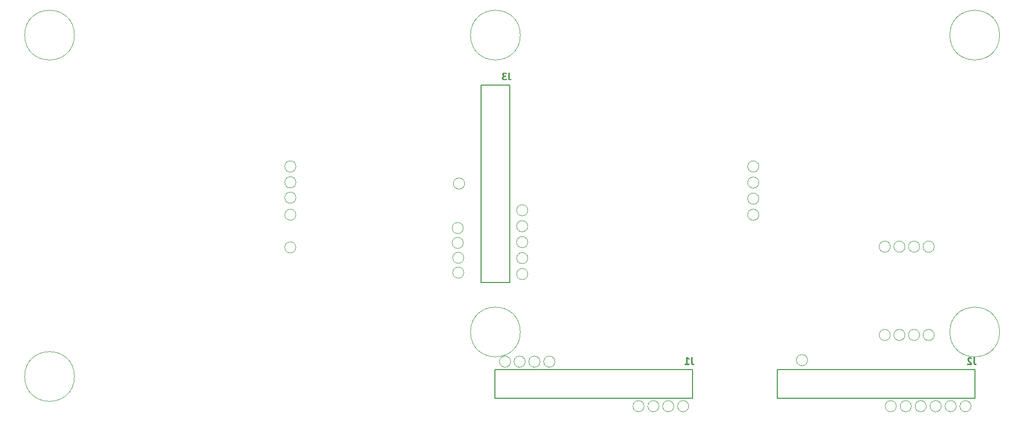
<source format=gbo>
G04*
G04 #@! TF.GenerationSoftware,Altium Limited,Altium Designer,18.1.9 (240)*
G04*
G04 Layer_Color=32896*
%FSLAX25Y25*%
%MOIN*%
G70*
G01*
G75*
%ADD10C,0.00394*%
%ADD11C,0.00787*%
%ADD12C,0.00295*%
G36*
X149046Y37941D02*
X149149D01*
X149176Y37935D01*
X149183D01*
X149217Y37928D01*
X149244Y37921D01*
X149258Y37914D01*
X149265D01*
X149299Y37900D01*
X149306Y37894D01*
X149313D01*
X150406Y37183D01*
X150440Y37163D01*
X150460Y37149D01*
X150474Y37135D01*
X150481Y37129D01*
X150501Y37108D01*
X150508Y37081D01*
X150522Y37060D01*
Y37053D01*
X150528Y37019D01*
X150535Y36985D01*
X150542Y36965D01*
Y36951D01*
Y36903D01*
Y36849D01*
Y36808D01*
Y36801D01*
Y36794D01*
Y36691D01*
Y36657D01*
X150535Y36623D01*
Y36596D01*
Y36575D01*
Y36569D01*
Y36562D01*
X150522Y36507D01*
X150508Y36473D01*
X150494Y36452D01*
X150487Y36446D01*
X150460Y36425D01*
X150433Y36418D01*
X150399D01*
X150351Y36432D01*
X150303Y36452D01*
X150262Y36473D01*
X150255Y36480D01*
X150248D01*
X149429Y36931D01*
Y33618D01*
X150378D01*
X150399Y33611D01*
X150419Y33604D01*
X150433Y33597D01*
X150440Y33591D01*
X150460Y33570D01*
X150474Y33550D01*
X150487Y33529D01*
X150494Y33522D01*
X150508Y33481D01*
X150515Y33440D01*
X150522Y33413D01*
Y33406D01*
Y33399D01*
X150528Y33338D01*
Y33277D01*
Y33249D01*
Y33229D01*
Y33215D01*
Y33208D01*
Y33133D01*
X150522Y33078D01*
Y33037D01*
Y33031D01*
Y33024D01*
X150508Y32976D01*
X150501Y32935D01*
X150487Y32908D01*
Y32901D01*
X150474Y32873D01*
X150453Y32846D01*
X150446Y32839D01*
X150440Y32833D01*
X150399Y32819D01*
X147544D01*
X147523Y32826D01*
X147510Y32833D01*
X147503D01*
X147482Y32853D01*
X147469Y32873D01*
X147455Y32894D01*
Y32901D01*
X147441Y32942D01*
X147428Y32983D01*
X147421Y33010D01*
Y33024D01*
X147414Y33085D01*
X147407Y33147D01*
Y33167D01*
Y33188D01*
Y33201D01*
Y33208D01*
Y33290D01*
X147414Y33345D01*
X147421Y33386D01*
Y33399D01*
X147428Y33447D01*
X147441Y33488D01*
X147448Y33516D01*
X147455Y33522D01*
X147469Y33557D01*
X147489Y33577D01*
X147496Y33584D01*
X147503Y33591D01*
X147523Y33604D01*
X147544Y33618D01*
X148398D01*
Y37825D01*
Y37846D01*
X148404Y37866D01*
X148411Y37873D01*
X148418Y37880D01*
X148432Y37900D01*
X148452Y37914D01*
X148473Y37921D01*
X148479D01*
X148520Y37928D01*
X148568Y37935D01*
X148609Y37941D01*
X148623D01*
X148698Y37948D01*
X149005D01*
X149046Y37941D01*
D02*
G37*
G36*
X152338Y37928D02*
X152407D01*
X152427Y37921D01*
X152448D01*
X152516Y37914D01*
X152571Y37907D01*
X152598Y37900D01*
X152612Y37894D01*
X152646Y37880D01*
X152673Y37859D01*
X152687Y37846D01*
X152694Y37839D01*
X152707Y37819D01*
X152714Y37798D01*
Y37778D01*
Y37771D01*
Y34274D01*
Y34205D01*
X152721Y34137D01*
X152728Y34082D01*
Y34042D01*
X152734Y34001D01*
X152741Y33973D01*
X152748Y33959D01*
Y33953D01*
X152776Y33871D01*
X152796Y33816D01*
X152823Y33775D01*
X152830Y33768D01*
Y33761D01*
X152871Y33714D01*
X152912Y33680D01*
X152946Y33666D01*
X152953Y33659D01*
X152960D01*
X153021Y33645D01*
X153083Y33639D01*
X153124Y33632D01*
X153144D01*
X153219Y33639D01*
X153274Y33645D01*
X153315Y33652D01*
X153329D01*
X153383Y33673D01*
X153424Y33693D01*
X153452Y33700D01*
X153465Y33707D01*
X153506Y33727D01*
X153541Y33748D01*
X153568Y33755D01*
X153575Y33761D01*
X153602Y33775D01*
X153629Y33789D01*
X153657D01*
X153677Y33782D01*
X153698Y33775D01*
X153711Y33768D01*
X153718Y33761D01*
X153738Y33741D01*
X153745Y33714D01*
X153759Y33693D01*
Y33686D01*
X153766Y33645D01*
X153773Y33597D01*
X153779Y33557D01*
Y33550D01*
Y33543D01*
Y33468D01*
Y33399D01*
Y33365D01*
Y33338D01*
Y33324D01*
Y33318D01*
Y33249D01*
Y33195D01*
Y33160D01*
Y33147D01*
X153773Y33099D01*
Y33065D01*
X153766Y33037D01*
Y33031D01*
X153752Y33003D01*
X153745Y32983D01*
X153738Y32969D01*
Y32962D01*
X153711Y32928D01*
X153698Y32915D01*
Y32908D01*
X153670Y32894D01*
X153636Y32873D01*
X153616Y32860D01*
X153602Y32853D01*
X153547Y32833D01*
X153493Y32812D01*
X153452Y32805D01*
X153445Y32798D01*
X153438D01*
X153363Y32785D01*
X153295Y32771D01*
X153267Y32764D01*
X153247D01*
X153233Y32757D01*
X153226D01*
X153138Y32744D01*
X153062Y32737D01*
X152987D01*
X152857Y32744D01*
X152734Y32751D01*
X152632Y32764D01*
X152543Y32785D01*
X152468Y32805D01*
X152413Y32819D01*
X152386Y32826D01*
X152373Y32833D01*
X152284Y32873D01*
X152202Y32921D01*
X152134Y32976D01*
X152072Y33024D01*
X152024Y33065D01*
X151990Y33099D01*
X151970Y33126D01*
X151963Y33133D01*
X151908Y33208D01*
X151860Y33290D01*
X151826Y33372D01*
X151792Y33440D01*
X151771Y33509D01*
X151758Y33557D01*
X151744Y33591D01*
Y33604D01*
X151703Y33823D01*
X151690Y33925D01*
X151683Y34021D01*
X151676Y34110D01*
Y34171D01*
Y34199D01*
Y34219D01*
Y34226D01*
Y34233D01*
Y37771D01*
X151683Y37798D01*
X151690Y37819D01*
X151696Y37832D01*
X151703Y37839D01*
X151731Y37859D01*
X151758Y37880D01*
X151778Y37887D01*
X151792Y37894D01*
X151847Y37907D01*
X151894Y37914D01*
X151935Y37921D01*
X151956D01*
X152031Y37928D01*
X152113Y37935D01*
X152297D01*
X152338Y37928D01*
D02*
G37*
G36*
X339326Y37996D02*
X339408Y37989D01*
X339477Y37982D01*
X339538Y37969D01*
X339586Y37962D01*
X339613Y37955D01*
X339627D01*
X339709Y37935D01*
X339791Y37914D01*
X339866Y37900D01*
X339927Y37880D01*
X339982Y37866D01*
X340023Y37853D01*
X340050Y37839D01*
X340057D01*
X340125Y37812D01*
X340187Y37791D01*
X340242Y37764D01*
X340289Y37743D01*
X340323Y37723D01*
X340358Y37709D01*
X340371Y37702D01*
X340378Y37696D01*
X340426Y37668D01*
X340460Y37648D01*
X340522Y37613D01*
X340549Y37586D01*
X340563Y37579D01*
X340590Y37545D01*
X340617Y37518D01*
X340624Y37504D01*
X340631Y37497D01*
X340651Y37443D01*
X340658Y37422D01*
Y37416D01*
X340665Y37381D01*
X340672Y37347D01*
X340679Y37327D01*
Y37313D01*
Y37265D01*
Y37211D01*
Y37170D01*
Y37163D01*
Y37156D01*
Y37067D01*
X340672Y36992D01*
Y36965D01*
Y36951D01*
Y36937D01*
Y36931D01*
X340665Y36869D01*
X340658Y36821D01*
X340651Y36794D01*
Y36780D01*
X340638Y36746D01*
X340624Y36726D01*
X340610Y36712D01*
Y36705D01*
X340590Y36691D01*
X340563Y36685D01*
X340542D01*
X340501Y36691D01*
X340453Y36712D01*
X340419Y36733D01*
X340412Y36739D01*
X340406D01*
X340330Y36787D01*
X340255Y36828D01*
X340228Y36842D01*
X340201Y36855D01*
X340187Y36869D01*
X340180D01*
X340071Y36924D01*
X339968Y36965D01*
X339927Y36985D01*
X339893Y36992D01*
X339873Y37006D01*
X339866D01*
X339722Y37040D01*
X339654Y37053D01*
X339586Y37060D01*
X339531Y37067D01*
X339449D01*
X339333Y37060D01*
X339285Y37053D01*
X339244Y37040D01*
X339210Y37033D01*
X339183Y37019D01*
X339169Y37012D01*
X339162D01*
X339081Y36972D01*
X339019Y36924D01*
X338978Y36890D01*
X338964Y36883D01*
Y36876D01*
X338910Y36808D01*
X338869Y36746D01*
X338855Y36719D01*
X338848Y36698D01*
X338841Y36685D01*
Y36678D01*
X338814Y36589D01*
X338801Y36514D01*
X338794Y36480D01*
Y36452D01*
Y36439D01*
Y36432D01*
X338801Y36323D01*
X338807Y36227D01*
X338814Y36186D01*
X338821Y36159D01*
X338828Y36138D01*
Y36131D01*
X338862Y36015D01*
X338882Y35954D01*
X338903Y35899D01*
X338923Y35858D01*
X338944Y35824D01*
X338951Y35797D01*
X338958Y35790D01*
X338992Y35722D01*
X339033Y35647D01*
X339074Y35578D01*
X339115Y35510D01*
X339156Y35455D01*
X339183Y35414D01*
X339203Y35387D01*
X339210Y35373D01*
X339272Y35285D01*
X339340Y35203D01*
X339415Y35114D01*
X339483Y35039D01*
X339538Y34970D01*
X339593Y34923D01*
X339620Y34888D01*
X339634Y34875D01*
X340515Y33932D01*
X340569Y33878D01*
X340610Y33830D01*
X340638Y33796D01*
X340645Y33782D01*
X340679Y33734D01*
X340706Y33686D01*
X340720Y33652D01*
X340726Y33645D01*
Y33639D01*
X340747Y33577D01*
X340754Y33522D01*
X340768Y33481D01*
Y33475D01*
Y33468D01*
X340774Y33399D01*
Y33324D01*
Y33297D01*
Y33270D01*
Y33256D01*
Y33249D01*
Y33154D01*
X340768Y33085D01*
Y33058D01*
X340761Y33037D01*
Y33031D01*
Y33024D01*
X340740Y32962D01*
X340726Y32921D01*
X340713Y32894D01*
X340706Y32887D01*
X340672Y32860D01*
X340638Y32846D01*
X340610Y32833D01*
X340604D01*
X340549Y32826D01*
X340501Y32819D01*
X337523D01*
X337496Y32826D01*
X337475Y32833D01*
X337462Y32839D01*
X337455D01*
X337435Y32860D01*
X337414Y32880D01*
X337407Y32901D01*
X337400Y32908D01*
X337387Y32956D01*
X337380Y32996D01*
X337373Y33031D01*
Y33044D01*
X337366Y33106D01*
X337359Y33174D01*
Y33195D01*
Y33215D01*
Y33229D01*
Y33235D01*
Y33311D01*
X337366Y33372D01*
X337373Y33413D01*
Y33420D01*
Y33427D01*
X337387Y33481D01*
X337400Y33522D01*
X337407Y33550D01*
X337414Y33557D01*
X337428Y33591D01*
X337448Y33618D01*
X337462Y33625D01*
X337469Y33632D01*
X337496Y33645D01*
X337516Y33659D01*
X339545D01*
X338951Y34267D01*
X338794Y34431D01*
X338650Y34574D01*
X338527Y34711D01*
X338425Y34820D01*
X338343Y34916D01*
X338281Y34984D01*
X338261Y35011D01*
X338247Y35032D01*
X338234Y35039D01*
Y35045D01*
X338138Y35168D01*
X338049Y35285D01*
X337981Y35387D01*
X337919Y35476D01*
X337872Y35551D01*
X337837Y35612D01*
X337817Y35647D01*
X337810Y35660D01*
X337755Y35763D01*
X337715Y35858D01*
X337680Y35947D01*
X337653Y36022D01*
X337632Y36090D01*
X337619Y36138D01*
X337612Y36166D01*
Y36179D01*
X337585Y36357D01*
X337578Y36439D01*
X337571Y36514D01*
X337564Y36575D01*
Y36623D01*
Y36650D01*
Y36664D01*
X337571Y36767D01*
X337578Y36869D01*
X337598Y36958D01*
X337612Y37040D01*
X337632Y37101D01*
X337653Y37156D01*
X337660Y37183D01*
X337667Y37197D01*
X337708Y37286D01*
X337755Y37368D01*
X337803Y37436D01*
X337851Y37504D01*
X337892Y37552D01*
X337926Y37586D01*
X337953Y37613D01*
X337960Y37620D01*
X338035Y37682D01*
X338118Y37736D01*
X338199Y37784D01*
X338275Y37825D01*
X338350Y37859D01*
X338404Y37880D01*
X338439Y37894D01*
X338445Y37900D01*
X338452D01*
X338568Y37935D01*
X338684Y37962D01*
X338801Y37975D01*
X338910Y37989D01*
X338999Y37996D01*
X339074Y38003D01*
X339238D01*
X339326Y37996D01*
D02*
G37*
G36*
X342338Y37928D02*
X342407D01*
X342427Y37921D01*
X342448D01*
X342516Y37914D01*
X342571Y37907D01*
X342598Y37900D01*
X342612Y37894D01*
X342646Y37880D01*
X342673Y37859D01*
X342687Y37846D01*
X342694Y37839D01*
X342707Y37819D01*
X342714Y37798D01*
Y37778D01*
Y37771D01*
Y34274D01*
Y34205D01*
X342721Y34137D01*
X342728Y34082D01*
Y34042D01*
X342735Y34001D01*
X342741Y33973D01*
X342748Y33959D01*
Y33953D01*
X342776Y33871D01*
X342796Y33816D01*
X342823Y33775D01*
X342830Y33768D01*
Y33761D01*
X342871Y33714D01*
X342912Y33680D01*
X342946Y33666D01*
X342953Y33659D01*
X342960D01*
X343021Y33645D01*
X343083Y33639D01*
X343124Y33632D01*
X343144D01*
X343219Y33639D01*
X343274Y33645D01*
X343315Y33652D01*
X343329D01*
X343383Y33673D01*
X343424Y33693D01*
X343452Y33700D01*
X343465Y33707D01*
X343506Y33727D01*
X343541Y33748D01*
X343568Y33755D01*
X343575Y33761D01*
X343602Y33775D01*
X343629Y33789D01*
X343657D01*
X343677Y33782D01*
X343698Y33775D01*
X343711Y33768D01*
X343718Y33761D01*
X343739Y33741D01*
X343745Y33714D01*
X343759Y33693D01*
Y33686D01*
X343766Y33645D01*
X343773Y33597D01*
X343779Y33557D01*
Y33550D01*
Y33543D01*
Y33468D01*
Y33399D01*
Y33365D01*
Y33338D01*
Y33324D01*
Y33318D01*
Y33249D01*
Y33195D01*
Y33160D01*
Y33147D01*
X343773Y33099D01*
Y33065D01*
X343766Y33037D01*
Y33031D01*
X343752Y33003D01*
X343745Y32983D01*
X343739Y32969D01*
Y32962D01*
X343711Y32928D01*
X343698Y32915D01*
Y32908D01*
X343670Y32894D01*
X343636Y32873D01*
X343616Y32860D01*
X343602Y32853D01*
X343547Y32833D01*
X343493Y32812D01*
X343452Y32805D01*
X343445Y32798D01*
X343438D01*
X343363Y32785D01*
X343295Y32771D01*
X343267Y32764D01*
X343247D01*
X343233Y32757D01*
X343226D01*
X343138Y32744D01*
X343062Y32737D01*
X342987D01*
X342858Y32744D01*
X342735Y32751D01*
X342632Y32764D01*
X342543Y32785D01*
X342468Y32805D01*
X342413Y32819D01*
X342386Y32826D01*
X342372Y32833D01*
X342284Y32873D01*
X342202Y32921D01*
X342133Y32976D01*
X342072Y33024D01*
X342024Y33065D01*
X341990Y33099D01*
X341970Y33126D01*
X341963Y33133D01*
X341908Y33208D01*
X341860Y33290D01*
X341826Y33372D01*
X341792Y33440D01*
X341772Y33509D01*
X341758Y33557D01*
X341744Y33591D01*
Y33604D01*
X341703Y33823D01*
X341689Y33925D01*
X341683Y34021D01*
X341676Y34110D01*
Y34171D01*
Y34199D01*
Y34219D01*
Y34226D01*
Y34233D01*
Y37771D01*
X341683Y37798D01*
X341689Y37819D01*
X341696Y37832D01*
X341703Y37839D01*
X341730Y37859D01*
X341758Y37880D01*
X341778Y37887D01*
X341792Y37894D01*
X341847Y37907D01*
X341894Y37914D01*
X341935Y37921D01*
X341956D01*
X342031Y37928D01*
X342113Y37935D01*
X342297D01*
X342338Y37928D01*
D02*
G37*
G36*
X26254Y229796D02*
X26342Y229789D01*
X26418Y229776D01*
X26486Y229769D01*
X26534Y229755D01*
X26561Y229748D01*
X26575D01*
X26664Y229728D01*
X26745Y229707D01*
X26814Y229687D01*
X26882Y229666D01*
X26930Y229653D01*
X26971Y229639D01*
X26998Y229632D01*
X27005Y229625D01*
X27073Y229598D01*
X27128Y229577D01*
X27183Y229550D01*
X27230Y229530D01*
X27264Y229509D01*
X27292Y229496D01*
X27305Y229489D01*
X27312Y229482D01*
X27353Y229454D01*
X27387Y229434D01*
X27435Y229400D01*
X27463Y229379D01*
X27469Y229373D01*
X27497Y229345D01*
X27517Y229325D01*
X27524Y229311D01*
X27531Y229304D01*
X27551Y229257D01*
X27558Y229236D01*
Y229229D01*
X27565Y229195D01*
Y229161D01*
X27572Y229134D01*
Y229120D01*
Y229065D01*
Y229017D01*
Y228976D01*
Y228963D01*
Y228956D01*
Y228874D01*
X27565Y228819D01*
Y228778D01*
Y228771D01*
Y228765D01*
X27558Y228717D01*
X27551Y228676D01*
X27545Y228655D01*
Y228649D01*
X27531Y228628D01*
X27524Y228614D01*
X27510Y228601D01*
X27469Y228587D01*
X27449D01*
X27408Y228594D01*
X27360Y228621D01*
X27319Y228642D01*
X27312Y228649D01*
X27305D01*
X27224Y228696D01*
X27142Y228737D01*
X27107Y228758D01*
X27080Y228771D01*
X27066Y228785D01*
X27060D01*
X26950Y228840D01*
X26848Y228881D01*
X26800Y228901D01*
X26766Y228908D01*
X26745Y228922D01*
X26739D01*
X26602Y228956D01*
X26534Y228970D01*
X26472Y228976D01*
X26424Y228983D01*
X26349D01*
X26226Y228976D01*
X26172Y228970D01*
X26131Y228956D01*
X26090Y228949D01*
X26062Y228935D01*
X26049Y228929D01*
X26042D01*
X25953Y228888D01*
X25878Y228840D01*
X25857Y228826D01*
X25837Y228806D01*
X25830Y228799D01*
X25823Y228792D01*
X25769Y228724D01*
X25728Y228662D01*
X25714Y228635D01*
X25701Y228614D01*
X25694Y228601D01*
Y228594D01*
X25666Y228505D01*
X25653Y228430D01*
X25646Y228396D01*
Y228369D01*
Y228355D01*
Y228348D01*
X25659Y228225D01*
X25666Y228170D01*
X25680Y228130D01*
X25694Y228088D01*
X25701Y228061D01*
X25714Y228041D01*
Y228034D01*
X25769Y227938D01*
X25830Y227863D01*
X25857Y227836D01*
X25878Y227815D01*
X25892Y227802D01*
X25899Y227795D01*
X25994Y227733D01*
X26090Y227686D01*
X26131Y227665D01*
X26165Y227658D01*
X26185Y227645D01*
X26192D01*
X26329Y227617D01*
X26397Y227610D01*
X26459Y227604D01*
X26513Y227597D01*
X27073D01*
X27101Y227590D01*
X27114Y227583D01*
X27121Y227576D01*
X27142Y227563D01*
X27155Y227542D01*
X27169Y227529D01*
X27176Y227522D01*
X27189Y227487D01*
X27196Y227447D01*
X27203Y227419D01*
Y227412D01*
Y227406D01*
X27210Y227351D01*
Y227289D01*
Y227262D01*
Y227242D01*
Y227228D01*
Y227221D01*
Y227139D01*
X27203Y227078D01*
Y227037D01*
Y227030D01*
Y227023D01*
X27196Y226975D01*
X27189Y226934D01*
X27176Y226914D01*
Y226907D01*
X27155Y226880D01*
X27135Y226866D01*
X27121Y226852D01*
X27114D01*
X27080Y226846D01*
X27053Y226839D01*
X26479D01*
X26390Y226832D01*
X26308Y226818D01*
X26240Y226811D01*
X26185Y226798D01*
X26138Y226784D01*
X26110Y226777D01*
X26103D01*
X26028Y226757D01*
X25960Y226729D01*
X25905Y226702D01*
X25851Y226682D01*
X25817Y226654D01*
X25782Y226641D01*
X25769Y226627D01*
X25762Y226620D01*
X25673Y226545D01*
X25605Y226463D01*
X25584Y226429D01*
X25571Y226408D01*
X25557Y226388D01*
Y226381D01*
X25530Y226326D01*
X25516Y226272D01*
X25489Y226176D01*
Y226128D01*
X25482Y226094D01*
Y226074D01*
Y226067D01*
X25489Y225951D01*
X25502Y225903D01*
X25509Y225862D01*
X25523Y225821D01*
X25537Y225794D01*
X25543Y225780D01*
Y225773D01*
X25591Y225684D01*
X25646Y225609D01*
X25673Y225582D01*
X25694Y225568D01*
X25707Y225555D01*
X25714Y225548D01*
X25810Y225486D01*
X25899Y225438D01*
X25940Y225425D01*
X25974Y225411D01*
X25994Y225404D01*
X26001D01*
X26131Y225377D01*
X26192Y225370D01*
X26247Y225363D01*
X26302Y225357D01*
X26472D01*
X26554Y225363D01*
X26636Y225370D01*
X26704Y225384D01*
X26759Y225391D01*
X26800Y225397D01*
X26827Y225404D01*
X26834D01*
X26902Y225425D01*
X26971Y225445D01*
X27032Y225466D01*
X27080Y225486D01*
X27121Y225500D01*
X27155Y225514D01*
X27176Y225520D01*
X27183D01*
X27285Y225561D01*
X27326Y225582D01*
X27360Y225602D01*
X27387Y225616D01*
X27408Y225630D01*
X27422Y225637D01*
X27428D01*
X27490Y225671D01*
X27531Y225684D01*
X27558Y225691D01*
X27586D01*
X27606Y225677D01*
X27633Y225657D01*
X27654Y225630D01*
X27661Y225623D01*
Y225616D01*
X27667Y225582D01*
X27674Y225541D01*
X27681Y225452D01*
X27688Y225411D01*
Y225384D01*
Y225357D01*
Y225350D01*
Y225275D01*
Y225213D01*
Y225172D01*
Y225165D01*
Y225159D01*
X27681Y225104D01*
X27674Y225063D01*
X27667Y225029D01*
Y225022D01*
X27654Y224981D01*
X27647Y224954D01*
X27640Y224933D01*
Y224926D01*
X27606Y224878D01*
X27592Y224865D01*
X27586Y224858D01*
X27545Y224831D01*
X27497Y224803D01*
X27456Y224783D01*
X27442Y224769D01*
X27435D01*
X27340Y224728D01*
X27251Y224687D01*
X27210Y224674D01*
X27176Y224660D01*
X27155Y224653D01*
X27148D01*
X27012Y224619D01*
X26943Y224605D01*
X26882Y224592D01*
X26827Y224585D01*
X26786Y224578D01*
X26752Y224571D01*
X26745D01*
X26568Y224551D01*
X26486Y224537D01*
X26411D01*
X26349Y224530D01*
X26254D01*
X26097Y224537D01*
X25946Y224544D01*
X25817Y224564D01*
X25694Y224585D01*
X25598Y224598D01*
X25523Y224619D01*
X25496Y224626D01*
X25475D01*
X25468Y224633D01*
X25461D01*
X25332Y224674D01*
X25209Y224721D01*
X25106Y224776D01*
X25017Y224824D01*
X24942Y224865D01*
X24888Y224899D01*
X24854Y224926D01*
X24840Y224933D01*
X24751Y225015D01*
X24669Y225097D01*
X24601Y225179D01*
X24539Y225261D01*
X24498Y225329D01*
X24464Y225384D01*
X24444Y225418D01*
X24437Y225432D01*
X24389Y225548D01*
X24348Y225664D01*
X24321Y225773D01*
X24307Y225882D01*
X24294Y225971D01*
X24287Y226046D01*
Y226074D01*
Y226094D01*
Y226101D01*
Y226108D01*
Y226190D01*
X24300Y226272D01*
X24314Y226340D01*
X24328Y226401D01*
X24341Y226456D01*
X24355Y226497D01*
X24362Y226524D01*
X24369Y226531D01*
X24437Y226668D01*
X24478Y226729D01*
X24512Y226784D01*
X24546Y226825D01*
X24574Y226859D01*
X24594Y226880D01*
X24601Y226887D01*
X24717Y226996D01*
X24778Y227044D01*
X24833Y227084D01*
X24881Y227112D01*
X24922Y227132D01*
X24949Y227146D01*
X24956Y227153D01*
X25120Y227214D01*
X25202Y227242D01*
X25277Y227262D01*
X25339Y227276D01*
X25386Y227283D01*
X25420Y227289D01*
X25434D01*
Y227296D01*
X25352Y227317D01*
X25277Y227344D01*
X25209Y227371D01*
X25154Y227399D01*
X25106Y227426D01*
X25065Y227440D01*
X25045Y227453D01*
X25038Y227460D01*
X24976Y227508D01*
X24922Y227549D01*
X24874Y227597D01*
X24833Y227638D01*
X24799Y227679D01*
X24778Y227706D01*
X24765Y227727D01*
X24758Y227733D01*
X24683Y227856D01*
X24649Y227918D01*
X24628Y227972D01*
X24608Y228020D01*
X24594Y228054D01*
X24580Y228082D01*
Y228088D01*
X24546Y228246D01*
X24532Y228314D01*
X24526Y228382D01*
X24519Y228444D01*
Y228485D01*
Y228519D01*
Y228526D01*
X24526Y228635D01*
X24532Y228737D01*
X24553Y228826D01*
X24567Y228908D01*
X24587Y228970D01*
X24608Y229017D01*
X24614Y229045D01*
X24621Y229058D01*
X24662Y229147D01*
X24710Y229222D01*
X24758Y229291D01*
X24813Y229352D01*
X24854Y229400D01*
X24888Y229434D01*
X24915Y229454D01*
X24922Y229461D01*
X24997Y229523D01*
X25079Y229571D01*
X25154Y229612D01*
X25229Y229653D01*
X25297Y229680D01*
X25352Y229700D01*
X25386Y229707D01*
X25400Y229714D01*
X25509Y229741D01*
X25618Y229769D01*
X25728Y229782D01*
X25830Y229789D01*
X25919Y229796D01*
X25987Y229803D01*
X26151D01*
X26254Y229796D01*
D02*
G37*
G36*
X29238Y229728D02*
X29307D01*
X29327Y229721D01*
X29348D01*
X29416Y229714D01*
X29471Y229707D01*
X29498Y229700D01*
X29512Y229694D01*
X29546Y229680D01*
X29573Y229659D01*
X29587Y229646D01*
X29594Y229639D01*
X29607Y229618D01*
X29614Y229598D01*
Y229577D01*
Y229571D01*
Y226074D01*
Y226005D01*
X29621Y225937D01*
X29628Y225882D01*
Y225841D01*
X29634Y225800D01*
X29641Y225773D01*
X29648Y225760D01*
Y225753D01*
X29675Y225671D01*
X29696Y225616D01*
X29723Y225575D01*
X29730Y225568D01*
Y225561D01*
X29771Y225514D01*
X29812Y225480D01*
X29846Y225466D01*
X29853Y225459D01*
X29860D01*
X29921Y225445D01*
X29983Y225438D01*
X30024Y225432D01*
X30044D01*
X30119Y225438D01*
X30174Y225445D01*
X30215Y225452D01*
X30229D01*
X30283Y225473D01*
X30324Y225493D01*
X30352Y225500D01*
X30365Y225507D01*
X30406Y225527D01*
X30441Y225548D01*
X30468Y225555D01*
X30475Y225561D01*
X30502Y225575D01*
X30529Y225589D01*
X30557D01*
X30577Y225582D01*
X30598Y225575D01*
X30611Y225568D01*
X30618Y225561D01*
X30639Y225541D01*
X30645Y225514D01*
X30659Y225493D01*
Y225486D01*
X30666Y225445D01*
X30673Y225397D01*
X30680Y225357D01*
Y225350D01*
Y225343D01*
Y225268D01*
Y225199D01*
Y225165D01*
Y225138D01*
Y225124D01*
Y225117D01*
Y225049D01*
Y224994D01*
Y224960D01*
Y224947D01*
X30673Y224899D01*
Y224865D01*
X30666Y224837D01*
Y224831D01*
X30652Y224803D01*
X30645Y224783D01*
X30639Y224769D01*
Y224762D01*
X30611Y224728D01*
X30598Y224714D01*
Y224708D01*
X30570Y224694D01*
X30536Y224674D01*
X30516Y224660D01*
X30502Y224653D01*
X30447Y224633D01*
X30393Y224612D01*
X30352Y224605D01*
X30345Y224598D01*
X30338D01*
X30263Y224585D01*
X30195Y224571D01*
X30167Y224564D01*
X30147D01*
X30133Y224557D01*
X30126D01*
X30038Y224544D01*
X29962Y224537D01*
X29887D01*
X29757Y224544D01*
X29634Y224551D01*
X29532Y224564D01*
X29443Y224585D01*
X29368Y224605D01*
X29313Y224619D01*
X29286Y224626D01*
X29272Y224633D01*
X29184Y224674D01*
X29102Y224721D01*
X29033Y224776D01*
X28972Y224824D01*
X28924Y224865D01*
X28890Y224899D01*
X28870Y224926D01*
X28863Y224933D01*
X28808Y225008D01*
X28760Y225090D01*
X28726Y225172D01*
X28692Y225240D01*
X28672Y225309D01*
X28658Y225357D01*
X28644Y225391D01*
Y225404D01*
X28603Y225623D01*
X28589Y225725D01*
X28583Y225821D01*
X28576Y225910D01*
Y225971D01*
Y225998D01*
Y226019D01*
Y226026D01*
Y226033D01*
Y229571D01*
X28583Y229598D01*
X28589Y229618D01*
X28596Y229632D01*
X28603Y229639D01*
X28631Y229659D01*
X28658Y229680D01*
X28678Y229687D01*
X28692Y229694D01*
X28747Y229707D01*
X28794Y229714D01*
X28835Y229721D01*
X28856D01*
X28931Y229728D01*
X29013Y229735D01*
X29197D01*
X29238Y229728D01*
D02*
G37*
D10*
X-263268Y25000D02*
G03*
X-263268Y25000I-16732J0D01*
G01*
Y255000D02*
G03*
X-263268Y255000I-16732J0D01*
G01*
X36732Y55000D02*
G03*
X36732Y55000I-16732J0D01*
G01*
Y255000D02*
G03*
X36732Y255000I-16732J0D01*
G01*
X359232D02*
G03*
X359232Y255000I-16732J0D01*
G01*
Y55000D02*
G03*
X359232Y55000I-16732J0D01*
G01*
D11*
X342796Y10256D02*
Y29744D01*
X209804D02*
X342796D01*
X209804Y10256D02*
X342796D01*
X209804D02*
Y29744D01*
X152796Y10256D02*
Y29744D01*
X19804D02*
X152796D01*
X19804Y10256D02*
X152796D01*
X19804D02*
Y29744D01*
X10256Y88504D02*
X29744D01*
X10256Y221496D02*
X29744D01*
Y88504D02*
Y221496D01*
X10256Y88504D02*
Y221496D01*
D12*
X-1259Y95000D02*
G03*
X-1259Y95000I-3741J0D01*
G01*
Y105000D02*
G03*
X-1259Y105000I-3741J0D01*
G01*
X197241Y166500D02*
G03*
X197241Y166500I-3741J0D01*
G01*
X-1613Y115000D02*
G03*
X-1613Y115000I-3741J0D01*
G01*
Y125000D02*
G03*
X-1613Y125000I-3741J0D01*
G01*
X197241Y155667D02*
G03*
X197241Y155667I-3741J0D01*
G01*
X315241Y112500D02*
G03*
X315241Y112500I-3741J0D01*
G01*
Y53000D02*
G03*
X315241Y53000I-3741J0D01*
G01*
X197241Y144833D02*
G03*
X197241Y144833I-3741J0D01*
G01*
X305408Y112500D02*
G03*
X305408Y112500I-3741J0D01*
G01*
Y53000D02*
G03*
X305408Y53000I-3741J0D01*
G01*
X295575Y112500D02*
G03*
X295575Y112500I-3741J0D01*
G01*
Y53000D02*
G03*
X295575Y53000I-3741J0D01*
G01*
X197241Y134000D02*
G03*
X197241Y134000I-3741J0D01*
G01*
X285741Y112500D02*
G03*
X285741Y112500I-3741J0D01*
G01*
Y53000D02*
G03*
X285741Y53000I-3741J0D01*
G01*
X-758Y155000D02*
G03*
X-758Y155000I-3741J0D01*
G01*
X340041Y5000D02*
G03*
X340041Y5000I-3741J0D01*
G01*
X330041D02*
G03*
X330041Y5000I-3741J0D01*
G01*
X319966D02*
G03*
X319966Y5000I-3741J0D01*
G01*
X309891D02*
G03*
X309891Y5000I-3741J0D01*
G01*
X299816D02*
G03*
X299816Y5000I-3741J0D01*
G01*
X289741D02*
G03*
X289741Y5000I-3741J0D01*
G01*
X41741Y137000D02*
G03*
X41741Y137000I-3741J0D01*
G01*
Y126250D02*
G03*
X41741Y126250I-3741J0D01*
G01*
X230041Y36000D02*
G03*
X230041Y36000I-3741J0D01*
G01*
X41741Y115500D02*
G03*
X41741Y115500I-3741J0D01*
G01*
Y104750D02*
G03*
X41741Y104750I-3741J0D01*
G01*
Y94000D02*
G03*
X41741Y94000I-3741J0D01*
G01*
X150041Y5000D02*
G03*
X150041Y5000I-3741J0D01*
G01*
X140041D02*
G03*
X140041Y5000I-3741J0D01*
G01*
X130042D02*
G03*
X130042Y5000I-3741J0D01*
G01*
X120042D02*
G03*
X120042Y5000I-3741J0D01*
G01*
X60041Y35000D02*
G03*
X60041Y35000I-3741J0D01*
G01*
X50041D02*
G03*
X50041Y35000I-3741J0D01*
G01*
X40041D02*
G03*
X40041Y35000I-3741J0D01*
G01*
X30241D02*
G03*
X30241Y35000I-3741J0D01*
G01*
X-114259Y166500D02*
G03*
X-114259Y166500I-3741J0D01*
G01*
Y155811D02*
G03*
X-114259Y155811I-3741J0D01*
G01*
Y145500D02*
G03*
X-114259Y145500I-3741J0D01*
G01*
Y134000D02*
G03*
X-114259Y134000I-3741J0D01*
G01*
Y112000D02*
G03*
X-114259Y112000I-3741J0D01*
G01*
M02*

</source>
